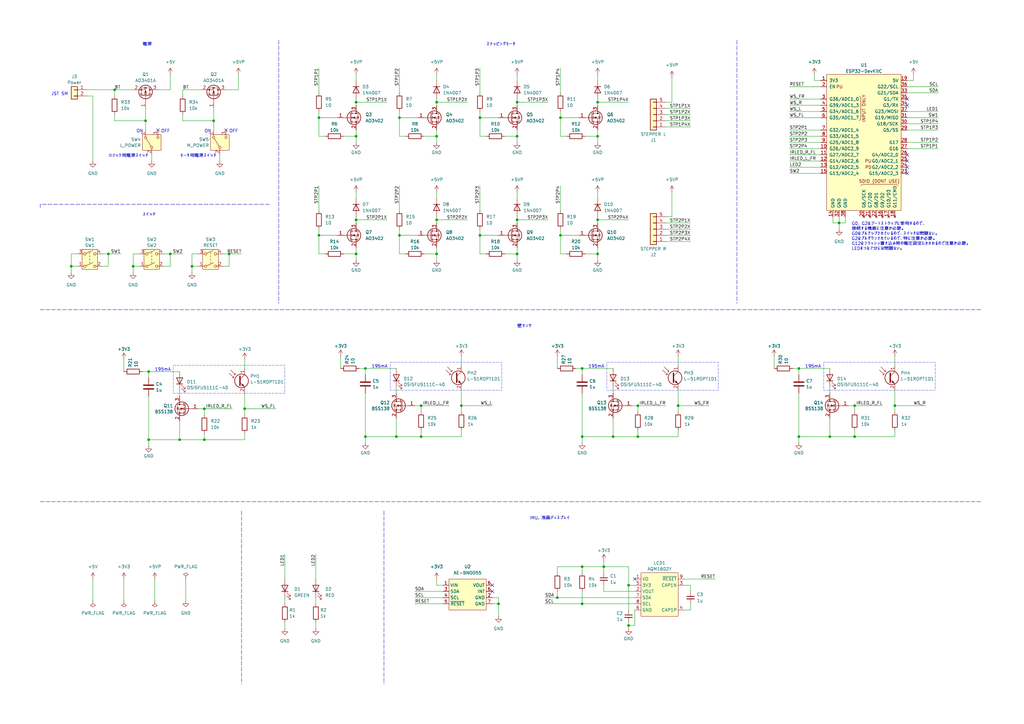
<source format=kicad_sch>
(kicad_sch (version 20230121) (generator eeschema)
  (paper "A3")
  (title_block (title "2025 Stepper Micro Mouse") (date "2025-07-15") (rev "1") (company "Daisuke YAMASHITA"))
  (junction (at 59.69 49.53))
  (junction (at 212.09 90.17))
  (junction (at 245.11 41.91))
  (junction (at 87.63 49.53))
  (junction (at 212.09 41.91))
  (junction (at 247.65 232.41))
  (junction (at 149.86 151.13))
  (junction (at 172.72 166.37))
  (junction (at 257.81 240.03))
  (junction (at 245.11 90.17))
  (junction (at 78.74 109.22))
  (junction (at 229.87 96.52))
  (junction (at 44.45 104.14))
  (junction (at 344.17 91.44))
  (junction (at 327.66 179.07))
  (junction (at 179.07 41.91))
  (junction (at 196.85 96.52))
  (junction (at 172.72 179.07))
  (junction (at 149.86 179.07))
  (junction (at 83.82 167.64))
  (junction (at 46.99 36.83))
  (junction (at 278.13 166.37))
  (junction (at 212.09 104.14))
  (junction (at 245.11 104.14))
  (junction (at 212.09 55.88))
  (junction (at 73.66 180.34))
  (junction (at 29.21 109.22))
  (junction (at 238.76 151.13))
  (junction (at 179.07 90.17))
  (junction (at 228.6 245.11))
  (junction (at 245.11 55.88))
  (junction (at 130.81 96.52))
  (junction (at 93.98 104.14))
  (junction (at 238.76 179.07))
  (junction (at 261.62 179.07))
  (junction (at 60.96 180.34))
  (junction (at 130.81 48.26))
  (junction (at 163.83 96.52))
  (junction (at 238.76 247.65))
  (junction (at 340.36 179.07))
  (junction (at 350.52 166.37))
  (junction (at 196.85 48.26))
  (junction (at 327.66 151.13))
  (junction (at 350.52 179.07))
  (junction (at 189.23 166.37))
  (junction (at 261.62 166.37))
  (junction (at 146.05 41.91))
  (junction (at 100.33 167.64))
  (junction (at 54.61 109.22))
  (junction (at 146.05 104.14))
  (junction (at 163.83 48.26))
  (junction (at 146.05 90.17))
  (junction (at 204.47 247.65))
  (junction (at 179.07 55.88))
  (junction (at 83.82 180.34))
  (junction (at 179.07 104.14))
  (junction (at 238.76 232.41))
  (junction (at 162.56 179.07))
  (junction (at 69.85 104.14))
  (junction (at 251.46 179.07))
  (junction (at 367.03 166.37))
  (junction (at 60.96 152.4))
  (junction (at 257.81 256.54))
  (junction (at 146.05 55.88))
  (junction (at 229.87 48.26))
  (no_connect (at 64.77 53.34))
  (no_connect (at 372.11 40.64))
  (no_connect (at 92.71 53.34))
  (no_connect (at 372.11 71.12))
  (no_connect (at 372.11 63.5))
  (no_connect (at 372.11 68.58))
  (no_connect (at 260.35 237.49))
  (no_connect (at 201.93 242.57))
  (no_connect (at 372.11 43.18))
  (no_connect (at 372.11 66.04))
  (no_connect (at 201.93 240.03))
  (wire (pts (xy 334.01 33.02) (xy 334.01 30.48)))
  (wire (pts (xy 212.09 78.74) (xy 212.09 81.28)))
  (wire (pts (xy 74.93 49.53) (xy 87.63 49.53)))
  (wire (pts (xy 236.22 151.13) (xy 238.76 151.13)))
  (wire (pts (xy 372.11 53.34) (xy 384.81 53.34)))
  (wire (pts (xy 374.65 33.02) (xy 374.65 30.48)))
  (wire (pts (xy 238.76 232.41) (xy 247.65 232.41)))
  (wire (pts (xy 229.87 104.14) (xy 232.41 104.14)))
  (wire (pts (xy 204.47 247.65) (xy 204.47 252.73)))
  (wire (pts (xy 275.59 78.74) (xy 275.59 88.9)))
  (wire (pts (xy 247.65 240.03) (xy 247.65 242.57)))
  (wire (pts (xy 67.31 109.22) (xy 69.85 109.22)))
  (wire (pts (xy 130.81 76.2) (xy 130.81 86.36)))
  (wire (pts (xy 212.09 104.14) (xy 212.09 106.68)))
  (wire (pts (xy 323.85 66.04) (xy 336.55 66.04)))
  (wire (pts (xy 149.86 179.07) (xy 162.56 179.07)))
  (wire (pts (xy 146.05 41.91) (xy 146.05 43.18)))
  (wire (pts (xy 54.61 109.22) (xy 57.15 109.22)))
  (wire (pts (xy 372.11 45.72) (xy 384.81 45.72)))
  (wire (pts (xy 100.33 180.34) (xy 83.82 180.34)))
  (wire (pts (xy 170.18 247.65) (xy 181.61 247.65)))
  (wire (pts (xy 87.63 44.45) (xy 87.63 49.53)))
  (wire (pts (xy 189.23 160.02) (xy 189.23 166.37)))
  (wire (pts (xy 247.65 232.41) (xy 247.65 234.95)))
  (wire (pts (xy 189.23 166.37) (xy 201.93 166.37)))
  (wire (pts (xy 59.69 44.45) (xy 59.69 49.53)))
  (wire (pts (xy 64.77 36.83) (xy 69.85 36.83)))
  (wire (pts (xy 130.81 104.14) (xy 133.35 104.14)))
  (wire (pts (xy 58.42 152.4) (xy 60.96 152.4)))
  (wire (pts (xy 196.85 104.14) (xy 199.39 104.14)))
  (wire (pts (xy 41.91 104.14) (xy 44.45 104.14)))
  (wire (pts (xy 228.6 146.05) (xy 228.6 151.13)))
  (wire (pts (xy 162.56 158.75) (xy 162.56 161.29)))
  (wire (pts (xy 196.85 48.26) (xy 204.47 48.26)))
  (wire (pts (xy 245.11 101.6) (xy 245.11 104.14)))
  (wire (pts (xy 60.96 162.56) (xy 60.96 180.34)))
  (wire (pts (xy 140.97 55.88) (xy 146.05 55.88)))
  (wire (pts (xy 238.76 179.07) (xy 238.76 181.61)))
  (wire (pts (xy 129.54 245.11) (xy 129.54 247.65)))
  (wire (pts (xy 149.86 151.13) (xy 162.56 151.13)))
  (wire (pts (xy 146.05 90.17) (xy 158.75 90.17)))
  (wire (pts (xy 212.09 30.48) (xy 212.09 33.02)))
  (wire (pts (xy 223.52 245.11) (xy 228.6 245.11)))
  (wire (pts (xy 228.6 245.11) (xy 260.35 245.11)))
  (wire (pts (xy 38.1 39.37) (xy 35.56 39.37)))
  (wire (pts (xy 228.6 234.95) (xy 228.6 232.41)))
  (wire (pts (xy 130.81 48.26) (xy 138.43 48.26)))
  (wire (pts (xy 130.81 96.52) (xy 138.43 96.52)))
  (wire (pts (xy 212.09 101.6) (xy 212.09 104.14)))
  (wire (pts (xy 283.21 240.03) (xy 283.21 242.57)))
  (wire (pts (xy 74.93 36.83) (xy 74.93 39.37)))
  (wire (pts (xy 261.62 179.07) (xy 251.46 179.07)))
  (wire (pts (xy 273.05 88.9) (xy 275.59 88.9)))
  (wire (pts (xy 323.85 48.26) (xy 336.55 48.26)))
  (wire (pts (xy 251.46 171.45) (xy 251.46 179.07)))
  (wire (pts (xy 278.13 160.02) (xy 278.13 166.37)))
  (wire (pts (xy 240.03 55.88) (xy 245.11 55.88)))
  (wire (pts (xy 146.05 53.34) (xy 146.05 55.88)))
  (wire (pts (xy 323.85 60.96) (xy 336.55 60.96)))
  (wire (pts (xy 44.45 109.22) (xy 44.45 104.14)))
  (wire (pts (xy 280.67 237.49) (xy 293.37 237.49)))
  (wire (pts (xy 163.83 48.26) (xy 163.83 55.88)))
  (wire (pts (xy 340.36 158.75) (xy 340.36 161.29)))
  (wire (pts (xy 130.81 93.98) (xy 130.81 96.52)))
  (wire (pts (xy 245.11 88.9) (xy 245.11 90.17)))
  (wire (pts (xy 196.85 48.26) (xy 196.85 55.88)))
  (wire (pts (xy 229.87 96.52) (xy 229.87 104.14)))
  (wire (pts (xy 238.76 247.65) (xy 260.35 247.65)))
  (wire (pts (xy 201.93 247.65) (xy 204.47 247.65)))
  (wire (pts (xy 323.85 35.56) (xy 336.55 35.56)))
  (wire (pts (xy 196.85 27.94) (xy 196.85 38.1)))
  (wire (pts (xy 179.07 237.49) (xy 179.07 240.03)))
  (wire (pts (xy 73.66 172.72) (xy 73.66 180.34)))
  (wire (pts (xy 259.08 166.37) (xy 261.62 166.37)))
  (wire (pts (xy 212.09 53.34) (xy 212.09 55.88)))
  (wire (pts (xy 245.11 104.14) (xy 245.11 106.68)))
  (polyline (pts (xy 16.51 205.74) (xy 402.59 205.74)) (stroke (width 0) (type dash)))
  (wire (pts (xy 146.05 101.6) (xy 146.05 104.14)))
  (wire (pts (xy 273.05 96.52) (xy 283.21 96.52)))
  (wire (pts (xy 129.54 227.33) (xy 129.54 237.49)))
  (wire (pts (xy 257.81 240.03) (xy 257.81 232.41)))
  (wire (pts (xy 170.18 242.57) (xy 181.61 242.57)))
  (wire (pts (xy 60.96 180.34) (xy 60.96 182.88)))
  (wire (pts (xy 350.52 166.37) (xy 350.52 168.91)))
  (wire (pts (xy 260.35 256.54) (xy 257.81 256.54)))
  (wire (pts (xy 38.1 39.37) (xy 38.1 66.04)))
  (wire (pts (xy 146.05 90.17) (xy 146.05 91.44)))
  (polyline (pts (xy 16.51 83.82) (xy 16.51 85.09)))
  (wire (pts (xy 257.81 240.03) (xy 260.35 240.03)))
  (wire (pts (xy 323.85 53.34) (xy 336.55 53.34)))
  (wire (pts (xy 245.11 41.91) (xy 257.81 41.91)))
  (wire (pts (xy 367.03 166.37) (xy 379.73 166.37)))
  (wire (pts (xy 350.52 166.37) (xy 361.95 166.37)))
  (wire (pts (xy 163.83 27.94) (xy 163.83 38.1)))
  (wire (pts (xy 172.72 179.07) (xy 162.56 179.07)))
  (wire (pts (xy 323.85 43.18) (xy 336.55 43.18)))
  (wire (pts (xy 257.81 240.03) (xy 257.81 250.19)))
  (wire (pts (xy 212.09 55.88) (xy 212.09 58.42)))
  (wire (pts (xy 29.21 104.14) (xy 29.21 109.22)))
  (wire (pts (xy 278.13 179.07) (xy 261.62 179.07)))
  (wire (pts (xy 179.07 101.6) (xy 179.07 104.14)))
  (wire (pts (xy 201.93 245.11) (xy 204.47 245.11)))
  (wire (pts (xy 170.18 166.37) (xy 172.72 166.37)))
  (wire (pts (xy 179.07 40.64) (xy 179.07 41.91)))
  (wire (pts (xy 67.31 104.14) (xy 69.85 104.14)))
  (wire (pts (xy 179.07 90.17) (xy 191.77 90.17)))
  (wire (pts (xy 147.32 151.13) (xy 149.86 151.13)))
  (wire (pts (xy 245.11 40.64) (xy 245.11 41.91)))
  (wire (pts (xy 341.63 88.9) (xy 341.63 91.44)))
  (wire (pts (xy 372.11 50.8) (xy 384.81 50.8)))
  (wire (pts (xy 91.44 109.22) (xy 93.98 109.22)))
  (wire (pts (xy 179.07 41.91) (xy 179.07 43.18)))
  (wire (pts (xy 229.87 45.72) (xy 229.87 48.26)))
  (wire (pts (xy 212.09 40.64) (xy 212.09 41.91)))
  (wire (pts (xy 212.09 90.17) (xy 224.79 90.17)))
  (wire (pts (xy 245.11 30.48) (xy 245.11 33.02)))
  (wire (pts (xy 163.83 96.52) (xy 163.83 104.14)))
  (wire (pts (xy 229.87 55.88) (xy 232.41 55.88)))
  (wire (pts (xy 146.05 104.14) (xy 146.05 106.68)))
  (wire (pts (xy 323.85 58.42) (xy 336.55 58.42)))
  (wire (pts (xy 245.11 90.17) (xy 245.11 91.44)))
  (wire (pts (xy 173.99 55.88) (xy 179.07 55.88)))
  (wire (pts (xy 60.96 152.4) (xy 60.96 154.94)))
  (wire (pts (xy 46.99 49.53) (xy 46.99 46.99)))
  (wire (pts (xy 327.66 151.13) (xy 327.66 153.67)))
  (wire (pts (xy 229.87 76.2) (xy 229.87 86.36)))
  (wire (pts (xy 273.05 93.98) (xy 283.21 93.98)))
  (wire (pts (xy 146.05 41.91) (xy 158.75 41.91)))
  (wire (pts (xy 196.85 96.52) (xy 204.47 96.52)))
  (wire (pts (xy 100.33 147.32) (xy 100.33 151.13)))
  (wire (pts (xy 90.17 63.5) (xy 90.17 66.04)))
  (wire (pts (xy 163.83 104.14) (xy 166.37 104.14)))
  (wire (pts (xy 247.65 232.41) (xy 257.81 232.41)))
  (wire (pts (xy 317.5 146.05) (xy 317.5 151.13)))
  (wire (pts (xy 372.11 48.26) (xy 384.81 48.26)))
  (wire (pts (xy 196.85 96.52) (xy 196.85 104.14)))
  (wire (pts (xy 163.83 48.26) (xy 171.45 48.26)))
  (wire (pts (xy 247.65 242.57) (xy 260.35 242.57)))
  (wire (pts (xy 240.03 104.14) (xy 245.11 104.14)))
  (wire (pts (xy 207.01 104.14) (xy 212.09 104.14)))
  (wire (pts (xy 367.03 166.37) (xy 367.03 168.91)))
  (polyline (pts (xy 157.48 209.55) (xy 157.48 280.67)) (stroke (width 0) (type dash)))
  (wire (pts (xy 273.05 44.45) (xy 283.21 44.45)))
  (wire (pts (xy 50.8 147.32) (xy 50.8 152.4)))
  (wire (pts (xy 46.99 49.53) (xy 59.69 49.53)))
  (wire (pts (xy 69.85 30.48) (xy 69.85 36.83)))
  (polyline (pts (xy 114.3 16.51) (xy 114.3 124.46)) (stroke (width 0) (type dash)))
  (wire (pts (xy 280.67 240.03) (xy 283.21 240.03)))
  (wire (pts (xy 189.23 176.53) (xy 189.23 179.07)))
  (wire (pts (xy 238.76 151.13) (xy 238.76 153.67)))
  (wire (pts (xy 179.07 55.88) (xy 179.07 58.42)))
  (wire (pts (xy 83.82 180.34) (xy 73.66 180.34)))
  (wire (pts (xy 149.86 151.13) (xy 149.86 153.67)))
  (wire (pts (xy 76.2 237.49) (xy 76.2 246.38)))
  (wire (pts (xy 238.76 234.95) (xy 238.76 232.41)))
  (wire (pts (xy 251.46 158.75) (xy 251.46 161.29)))
  (wire (pts (xy 257.81 256.54) (xy 257.81 257.81)))
  (wire (pts (xy 179.07 78.74) (xy 179.07 81.28)))
  (wire (pts (xy 63.5 237.49) (xy 63.5 246.38)))
  (wire (pts (xy 323.85 68.58) (xy 336.55 68.58)))
  (wire (pts (xy 93.98 109.22) (xy 93.98 104.14)))
  (wire (pts (xy 146.05 30.48) (xy 146.05 33.02)))
  (wire (pts (xy 273.05 99.06) (xy 283.21 99.06)))
  (wire (pts (xy 323.85 55.88) (xy 336.55 55.88)))
  (wire (pts (xy 38.1 237.49) (xy 38.1 246.38)))
  (wire (pts (xy 372.11 58.42) (xy 384.81 58.42)))
  (wire (pts (xy 60.96 152.4) (xy 73.66 152.4)))
  (wire (pts (xy 146.05 78.74) (xy 146.05 81.28)))
  (wire (pts (xy 275.59 31.75) (xy 275.59 41.91)))
  (wire (pts (xy 149.86 179.07) (xy 149.86 181.61)))
  (wire (pts (xy 83.82 167.64) (xy 83.82 170.18)))
  (wire (pts (xy 116.84 255.27) (xy 116.84 257.81)))
  (wire (pts (xy 62.23 63.5) (xy 62.23 66.04)))
  (wire (pts (xy 245.11 90.17) (xy 257.81 90.17)))
  (wire (pts (xy 238.76 151.13) (xy 251.46 151.13)))
  (wire (pts (xy 130.81 45.72) (xy 130.81 48.26)))
  (wire (pts (xy 336.55 33.02) (xy 334.01 33.02)))
  (wire (pts (xy 44.45 104.14) (xy 49.53 104.14)))
  (wire (pts (xy 196.85 45.72) (xy 196.85 48.26)))
  (wire (pts (xy 372.11 38.1) (xy 384.81 38.1)))
  (polyline (pts (xy 99.06 209.55) (xy 99.06 280.67)) (stroke (width 0) (type dash)))
  (wire (pts (xy 212.09 88.9) (xy 212.09 90.17)))
  (wire (pts (xy 46.99 36.83) (xy 54.61 36.83)))
  (wire (pts (xy 229.87 96.52) (xy 237.49 96.52)))
  (wire (pts (xy 346.71 91.44) (xy 344.17 91.44)))
  (wire (pts (xy 245.11 41.91) (xy 245.11 43.18)))
  (wire (pts (xy 78.74 111.76) (xy 78.74 109.22)))
  (wire (pts (xy 273.05 41.91) (xy 275.59 41.91)))
  (polyline (pts (xy 110.49 83.82) (xy 16.51 83.82)) (stroke (width 0) (type dash)))
  (wire (pts (xy 163.83 45.72) (xy 163.83 48.26)))
  (wire (pts (xy 257.81 255.27) (xy 257.81 256.54)))
  (wire (pts (xy 146.05 40.64) (xy 146.05 41.91)))
  (wire (pts (xy 54.61 104.14) (xy 54.61 109.22)))
  (wire (pts (xy 83.82 177.8) (xy 83.82 180.34)))
  (wire (pts (xy 163.83 96.52) (xy 171.45 96.52)))
  (wire (pts (xy 78.74 109.22) (xy 81.28 109.22)))
  (wire (pts (xy 344.17 91.44) (xy 344.17 93.98)))
  (wire (pts (xy 229.87 27.94) (xy 229.87 38.1)))
  (wire (pts (xy 323.85 71.12) (xy 336.55 71.12)))
  (wire (pts (xy 280.67 250.19) (xy 283.21 250.19)))
  (wire (pts (xy 223.52 247.65) (xy 238.76 247.65)))
  (wire (pts (xy 146.05 55.88) (xy 146.05 58.42)))
  (wire (pts (xy 100.33 161.29) (xy 100.33 167.64)))
  (wire (pts (xy 196.85 76.2) (xy 196.85 86.36)))
  (wire (pts (xy 41.91 109.22) (xy 44.45 109.22)))
  (wire (pts (xy 179.07 41.91) (xy 191.77 41.91)))
  (wire (pts (xy 46.99 36.83) (xy 46.99 39.37)))
  (wire (pts (xy 130.81 96.52) (xy 130.81 104.14)))
  (wire (pts (xy 31.75 104.14) (xy 29.21 104.14)))
  (wire (pts (xy 346.71 88.9) (xy 346.71 91.44)))
  (wire (pts (xy 372.11 60.96) (xy 384.81 60.96)))
  (wire (pts (xy 81.28 167.64) (xy 83.82 167.64)))
  (wire (pts (xy 172.72 166.37) (xy 184.15 166.37)))
  (wire (pts (xy 347.98 166.37) (xy 350.52 166.37)))
  (wire (pts (xy 228.6 232.41) (xy 238.76 232.41)))
  (wire (pts (xy 81.28 104.14) (xy 78.74 104.14)))
  (wire (pts (xy 172.72 176.53) (xy 172.72 179.07)))
  (wire (pts (xy 238.76 161.29) (xy 238.76 179.07)))
  (wire (pts (xy 29.21 111.76) (xy 29.21 109.22)))
  (wire (pts (xy 149.86 161.29) (xy 149.86 179.07)))
  (wire (pts (xy 83.82 167.64) (xy 95.25 167.64)))
  (wire (pts (xy 350.52 179.07) (xy 340.36 179.07)))
  (wire (pts (xy 245.11 53.34) (xy 245.11 55.88)))
  (wire (pts (xy 87.63 49.53) (xy 87.63 53.34)))
  (wire (pts (xy 146.05 88.9) (xy 146.05 90.17)))
  (wire (pts (xy 189.23 179.07) (xy 172.72 179.07)))
  (wire (pts (xy 341.63 91.44) (xy 344.17 91.44)))
  (wire (pts (xy 50.8 237.49) (xy 50.8 246.38)))
  (wire (pts (xy 278.13 166.37) (xy 278.13 168.91)))
  (wire (pts (xy 327.66 179.07) (xy 340.36 179.07)))
  (wire (pts (xy 261.62 176.53) (xy 261.62 179.07)))
  (wire (pts (xy 100.33 167.64) (xy 100.33 170.18)))
  (wire (pts (xy 367.03 179.07) (xy 350.52 179.07)))
  (wire (pts (xy 130.81 48.26) (xy 130.81 55.88)))
  (wire (pts (xy 179.07 53.34) (xy 179.07 55.88)))
  (wire (pts (xy 162.56 171.45) (xy 162.56 179.07)))
  (wire (pts (xy 273.05 91.44) (xy 283.21 91.44)))
  (wire (pts (xy 78.74 104.14) (xy 78.74 109.22)))
  (wire (pts (xy 340.36 171.45) (xy 340.36 179.07)))
  (wire (pts (xy 238.76 242.57) (xy 238.76 247.65)))
  (wire (pts (xy 229.87 48.26) (xy 229.87 55.88)))
  (wire (pts (xy 327.66 151.13) (xy 340.36 151.13)))
  (wire (pts (xy 278.13 176.53) (xy 278.13 179.07)))
  (wire (pts (xy 204.47 245.11) (xy 204.47 247.65)))
  (wire (pts (xy 130.81 55.88) (xy 133.35 55.88)))
  (wire (pts (xy 179.07 30.48) (xy 179.07 33.02)))
  (wire (pts (xy 189.23 166.37) (xy 189.23 168.91)))
  (wire (pts (xy 367.03 146.05) (xy 367.03 149.86)))
  (wire (pts (xy 327.66 161.29) (xy 327.66 179.07)))
  (wire (pts (xy 228.6 242.57) (xy 228.6 245.11)))
  (wire (pts (xy 212.09 90.17) (xy 212.09 91.44)))
  (wire (pts (xy 57.15 104.14) (xy 54.61 104.14)))
  (wire (pts (xy 273.05 49.53) (xy 283.21 49.53)))
  (wire (pts (xy 170.18 245.11) (xy 181.61 245.11)))
  (wire (pts (xy 229.87 48.26) (xy 237.49 48.26)))
  (wire (pts (xy 189.23 146.05) (xy 189.23 149.86)))
  (wire (pts (xy 116.84 227.33) (xy 116.84 237.49)))
  (wire (pts (xy 54.61 111.76) (xy 54.61 109.22)))
  (wire (pts (xy 179.07 104.14) (xy 179.07 106.68)))
  (wire (pts (xy 350.52 176.53) (xy 350.52 179.07)))
  (wire (pts (xy 116.84 245.11) (xy 116.84 247.65)))
  (wire (pts (xy 327.66 179.07) (xy 327.66 181.61)))
  (wire (pts (xy 278.13 166.37) (xy 290.83 166.37)))
  (wire (pts (xy 245.11 78.74) (xy 245.11 81.28)))
  (polyline (pts (xy 16.51 127) (xy 402.59 127)) (stroke (width 0) (type dash)))
  (wire (pts (xy 372.11 35.56) (xy 384.81 35.56)))
  (wire (pts (xy 323.85 40.64) (xy 336.55 40.64)))
  (wire (pts (xy 97.79 30.48) (xy 97.79 36.83)))
  (wire (pts (xy 59.69 49.53) (xy 59.69 53.34)))
  (wire (pts (xy 69.85 109.22) (xy 69.85 104.14)))
  (wire (pts (xy 130.81 27.94) (xy 130.81 38.1)))
  (wire (pts (xy 92.71 36.83) (xy 97.79 36.83)))
  (wire (pts (xy 93.98 104.14) (xy 99.06 104.14)))
  (wire (pts (xy 29.21 109.22) (xy 31.75 109.22)))
  (wire (pts (xy 247.65 229.87) (xy 247.65 232.41)))
  (wire (pts (xy 163.83 93.98) (xy 163.83 96.52)))
  (wire (pts (xy 283.21 250.19) (xy 283.21 247.65)))
  (wire (pts (xy 140.97 104.14) (xy 146.05 104.14)))
  (wire (pts (xy 278.13 146.05) (xy 278.13 149.86)))
  (wire (pts (xy 323.85 63.5) (xy 336.55 63.5)))
  (wire (pts (xy 181.61 240.03) (xy 179.07 240.03)))
  (wire (pts (xy 325.12 151.13) (xy 327.66 151.13)))
  (wire (pts (xy 229.87 93.98) (xy 229.87 96.52)))
  (wire (pts (xy 163.83 55.88) (xy 166.37 55.88)))
  (wire (pts (xy 196.85 93.98) (xy 196.85 96.52)))
  (wire (pts (xy 179.07 90.17) (xy 179.07 91.44)))
  (wire (pts (xy 69.85 104.14) (xy 74.93 104.14)))
  (wire (pts (xy 245.11 55.88) (xy 245.11 58.42)))
  (wire (pts (xy 273.05 46.99) (xy 283.21 46.99)))
  (wire (pts (xy 238.76 179.07) (xy 251.46 179.07)))
  (wire (pts (xy 73.66 160.02) (xy 73.66 162.56)))
  (wire (pts (xy 163.83 76.2) (xy 163.83 86.36)))
  (wire (pts (xy 173.99 104.14) (xy 179.07 104.14)))
  (wire (pts (xy 35.56 36.83) (xy 46.99 36.83)))
  (wire (pts (xy 100.33 167.64) (xy 113.03 167.64)))
  (wire (pts (xy 60.96 180.34) (xy 73.66 180.34)))
  (wire (pts (xy 260.35 250.19) (xy 260.35 256.54)))
  (wire (pts (xy 139.7 146.05) (xy 139.7 151.13)))
  (wire (pts (xy 212.09 41.91) (xy 224.79 41.91)))
  (wire (pts (xy 172.72 166.37) (xy 172.72 168.91)))
  (wire (pts (xy 323.85 45.72) (xy 336.55 45.72)))
  (wire (pts (xy 74.93 46.99) (xy 74.93 49.53)))
  (wire (pts (xy 129.54 255.27) (xy 129.54 257.81)))
  (wire (pts (xy 344.17 88.9) (xy 344.17 91.44)))
  (wire (pts (xy 261.62 166.37) (xy 273.05 166.37)))
  (wire (pts (xy 196.85 55.88) (xy 199.39 55.88)))
  (wire (pts (xy 367.03 160.02) (xy 367.03 166.37)))
  (wire (pts (xy 367.03 176.53) (xy 367.03 179.07)))
  (wire (pts (xy 207.01 55.88) (xy 212.09 55.88)))
  (wire (pts (xy 212.09 41.91) (xy 212.09 43.18)))
  (wire (pts (xy 261.62 166.37) (xy 261.62 168.91)))
  (wire (pts (xy 91.44 104.14) (xy 93.98 104.14)))
  (wire (pts (xy 273.05 52.07) (xy 283.21 52.07)))
  (wire (pts (xy 74.93 36.83) (xy 82.55 36.83)))
  (wire (pts (xy 179.07 88.9) (xy 179.07 90.17)))
  (polyline (pts (xy 302.26 16.51) (xy 302.26 124.46)) (stroke (width 0) (type dash)))
  (wire (pts (xy 372.11 33.02) (xy 374.65 33.02)))
  (wire (pts (xy 100.33 177.8) (xy 100.33 180.34)))
  (rectangle (start 71.12 149.86) (end 116.84 161.29) (stroke (width 0.1) (type dash)))
  (rectangle (start 337.82 148.59) (end 383.54 160.02) (stroke (width 0.1) (type dash)))
  (rectangle (start 248.92 148.59) (end 294.64 160.02) (stroke (width 0.1) (type dash)))
  (rectangle (start 160.02 148.59) (end 205.74 160.02) (stroke (width 0.1) (type dash)))
  (text "モータ用電源スイッチ" (at 88.9 64.77 0) (effects (font (size 1.27 1.27)) (justify right bottom)))
  (text "195mA" (at 330.2 151.13 0) (effects (font (size 1.27 1.27)) (justify left bottom)))
  (text "スイッチ" (at 58.42 88.9 0) (effects (font (size 1.27 1.27)) (justify left bottom)))
  (text "ON" (at 55.88 54.61 0) (effects (font (size 1.27 1.27)) (justify left bottom)))
  (text "OFF" (at 93.98 54.61 0) (effects (font (size 1.27 1.27)) (justify left bottom)))
  (text "JST SM" (at 27.94 39.37 0) (effects (font (size 1.27 1.27)) (justify right bottom)))
  (text "OFF" (at 66.04 54.61 0) (effects (font (size 1.27 1.27)) (justify left bottom)))
  (text "195mA" (at 241.3 151.13 0) (effects (font (size 1.27 1.27)) (justify left bottom)))
  (text "G0, G2はブートストラップに使用するので、\n接続する機器に注意が必要。\nG0はプルアップされているので、スイッチは問題ない。\nG2はプルダウンされているので、特に注意が必要。\nG12はフラッシュ書き込み時の電圧設定にかかわるので注意が必要。\nLEDをつなぐ分には問題ない。" (at 349.25 102.87 0) (effects (font (size 1.27 1.27)) (justify left bottom)))
  (text "IMU，液晶ディスプレイ" (at 217.17 213.36 0) (effects (font (size 1.27 1.27)) (justify left bottom)))
  (text "195mA" (at 152.4 151.13 0) (effects (font (size 1.27 1.27)) (justify left bottom)))
  (text "195mA" (at 63.5 152.4 0) (effects (font (size 1.27 1.27)) (justify left bottom)))
  (text "ロジック用電源スイッチ" (at 60.96 64.77 0) (effects (font (size 1.27 1.27)) (justify right bottom)))
  (text "ON" (at 83.82 54.61 0) (effects (font (size 1.27 1.27)) (justify left bottom)))
  (text "ステッピングモータ" (at 199.39 19.05 0) (effects (font (size 1.27 1.27)) (justify left bottom)))
  (text "電源" (at 58.42 19.05 0) (effects (font (size 1.27 1.27)) (justify left bottom)))
  (text "壁センサ" (at 212.09 134.62 0) (effects (font (size 1.27 1.27)) (justify left bottom)))
  (label "STP1P1X" (at 158.75 41.91 180))
  (label "IRLED_L_FR" (at 273.05 166.37 180))
  (label "WS_FL" (at 113.03 167.64 180))
  (label "SDA" (at 170.18 242.57 0))
  (label "STP2P3" (at 323.85 58.42 0))
  (label "WS_L" (at 323.85 45.72 0))
  (label "SW2" (at 74.93 104.14 180))
  (label "STP1P3X" (at 283.21 49.53 180))
  (label "STP1P2" (at 163.83 27.94 270))
  (label "STP1P1" (at 384.81 60.96 180))
  (label "WS_R" (at 323.85 43.18 0))
  (label "LED1" (at 116.84 227.33 270))
  (label "STP1P3" (at 196.85 27.94 270))
  (label "IRLED_L_FR" (at 184.15 166.37 180))
  (label "STP2P4X" (at 283.21 99.06 180))
  (label "SCL" (at 223.52 247.65 0))
  (label "LED1" (at 384.81 45.72 180))
  (label "STP1P1X" (at 283.21 44.45 180))
  (label "SDA" (at 223.52 245.11 0))
  (label "IRLED_R_FL" (at 361.95 166.37 180))
  (label "WS_FL" (at 323.85 48.26 0))
  (label "STP2P3" (at 196.85 76.2 270))
  (label "BT" (at 46.99 36.83 0))
  (label "SW1" (at 384.81 48.26 180))
  (label "STP1P4" (at 384.81 50.8 180))
  (label "STP1P2" (at 384.81 58.42 180))
  (label "STP1P2X" (at 191.77 41.91 180))
  (label "STP2P1" (at 323.85 53.34 0))
  (label "STP1P3" (at 384.81 53.34 180))
  (label "SW1" (at 49.53 104.14 180))
  (label "STP1P3X" (at 224.79 41.91 180))
  (label "RESET" (at 99.06 104.14 180))
  (label "STP2P2X" (at 191.77 90.17 180))
  (label "RESET" (at 170.18 247.65 0))
  (label "WS_R" (at 379.73 166.37 180))
  (label "SCL" (at 170.18 245.11 0))
  (label "STP1P4X" (at 283.21 52.07 180))
  (label "WS_FR" (at 290.83 166.37 180))
  (label "IRLED_R_FL" (at 323.85 63.5 0))
  (label "STP1P2X" (at 283.21 46.99 180))
  (label "WS_FR" (at 323.85 40.64 0))
  (label "BT" (at 74.93 36.83 0))
  (label "STP2P1X" (at 158.75 90.17 180))
  (label "RESET" (at 323.85 35.56 0))
  (label "STP2P4" (at 323.85 60.96 0))
  (label "STP2P1" (at 130.81 76.2 270))
  (label "STP2P4" (at 229.87 76.2 270))
  (label "SW2" (at 323.85 71.12 0))
  (label "STP2P2" (at 163.83 76.2 270))
  (label "SDA" (at 384.81 38.1 180))
  (label "STP2P4X" (at 257.81 90.17 180))
  (label "IRLED_R_FL" (at 95.25 167.64 180))
  (label "RESET" (at 293.37 237.49 180))
  (label "STP2P2X" (at 283.21 93.98 180))
  (label "STP2P3X" (at 224.79 90.17 180))
  (label "SCL" (at 384.81 35.56 180))
  (label "STP2P2" (at 323.85 55.88 0))
  (label "WS_L" (at 201.93 166.37 180))
  (label "LED2" (at 323.85 68.58 0))
  (label "STP2P1X" (at 283.21 91.44 180))
  (label "LED2" (at 129.54 227.33 270))
  (label "STP2P3X" (at 283.21 96.52 180))
  (label "STP1P4X" (at 257.81 41.91 180))
  (label "STP1P1" (at 130.81 27.94 270))
  (label "IRLED_L_FR" (at 323.85 66.04 0))
  (label "STP1P4" (at 229.87 27.94 270))
  (symbol (lib_id "Device:R") (at 172.72 172.72 0) (unit 1)
    (property "Reference" "R25" (at 175.26 171.45 0) (effects (justify left)))
    (property "Value" "10k" (at 175.26 173.99 0) (effects (justify left)))
    (property "Footprint" "Resistor_SMD:R_0603_1608Metric" (effects hide))
  )
  (symbol (lib_id "Device:LED") (at 73.66 156.21 90) (unit 1)
    (property "Reference" "D11" (at 76.581 156.5854 90) (effects (justify right)))
    (property "Value" "OSI5FU5111C-40" (at 76.581 159.0096 90) (effects (justify right)))
    (property "Footprint" "LED_THT:LED_D5.0mm_Horizontal_O3.81mm_Z9.0mm" (effects hide))
  )
  (symbol (lib_id "power:GND") (at 245.11 58.42 0) (mirror y) (unit 1)
    (property "Reference" "#PWR032" (effects hide))
    (property "Value" "GND" (at 245.11 62.5531 0))
  )
  (symbol (lib_id "power:+5VP") (at 212.09 78.74 0) (unit 1)
    (property "Reference" "#PWR035" (effects hide))
    (property "Value" "+5VP" (at 212.09 73.66 0))
  )
  (symbol (lib_id "Device:R") (at 46.99 43.18 0) (unit 1)
    (property "Reference" "R33" (at 49.53 41.91 0) (effects (justify left)))
    (property "Value" "10k" (at 49.53 44.45 0) (effects (justify left)))
    (property "Footprint" "Resistor_SMD:R_0603_1608Metric" (effects hide))
  )
  (symbol (lib_id "Device:R") (at 170.18 104.14 270) (unit 1)
    (property "Reference" "R16" (at 170.18 99.06 90))
    (property "Value" "10k" (at 170.18 101.6 90))
    (property "Footprint" "Resistor_SMD:R_0603_1608Metric" (effects hide))
  )
  (symbol (lib_id "power:+5VP") (at 245.11 30.48 0) (unit 1)
    (property "Reference" "#PWR031" (effects hide))
    (property "Value" "+5VP" (at 245.11 25.4 0))
  )
  (symbol (lib_id "power:GND") (at 38.1 66.04 0) (unit 1)
    (property "Reference" "#PWR01" (effects hide))
    (property "Value" "GND" (at 38.1 71.12 0))
  )
  (symbol (lib_id "power:GND") (at 78.74 111.76 0) (unit 1)
    (property "Reference" "#PWR011" (effects hide))
    (property "Value" "GND" (at 78.74 116.84 0))
  )
  (symbol (lib_id "power:+3V3") (at 317.5 146.05 0) (unit 1)
    (property "Reference" "#PWR049" (effects hide))
    (property "Value" "+3V3" (at 317.5 141.9169 0))
  )
  (symbol (lib_id "power:GND") (at 62.23 66.04 0) (unit 1)
    (property "Reference" "#PWR02" (effects hide))
    (property "Value" "GND" (at 62.23 71.12 0))
  )
  (symbol (lib_id "Switch:SW_DPST") (at 62.23 106.68 0) (unit 1)
    (property "Reference" "SW2" (at 62.23 98.2177 0))
    (property "Value" "SW2" (at 62.23 100.6419 0))
    (property "Footprint" "MyLib:DTS-6-V-2" (effects hide))
  )
  (symbol (lib_id "Device:R") (at 261.62 172.72 0) (unit 1)
    (property "Reference" "R28" (at 264.16 171.45 0) (effects (justify left)))
    (property "Value" "10k" (at 264.16 173.99 0) (effects (justify left)))
    (property "Footprint" "Resistor_SMD:R_0603_1608Metric" (effects hide))
  )
  (symbol (lib_id "power:GND") (at 146.05 106.68 0) (mirror y) (unit 1)
    (property "Reference" "#PWR034" (effects hide))
    (property "Value" "GND" (at 146.05 110.8131 0))
  )
  (symbol (lib_id "Device:R") (at 83.82 173.99 0) (unit 1)
    (property "Reference" "R22" (at 86.36 172.72 0) (effects (justify left)))
    (property "Value" "10k" (at 86.36 175.26 0) (effects (justify left)))
    (property "Footprint" "Resistor_SMD:R_0603_1608Metric" (effects hide))
  )
  (symbol (lib_id "Device:R") (at 74.93 43.18 0) (unit 1)
    (property "Reference" "R34" (at 77.47 41.91 0) (effects (justify left)))
    (property "Value" "10k" (at 77.47 44.45 0) (effects (justify left)))
    (property "Footprint" "Resistor_SMD:R_0603_1608Metric" (effects hide))
  )
  (symbol (lib_id "Device:R") (at 367.03 172.72 0) (unit 1)
    (property "Reference" "R32" (at 369.57 171.45 0) (effects (justify left)))
    (property "Value" "1k" (at 369.57 173.99 0) (effects (justify left)))
    (property "Footprint" "Resistor_SMD:R_0603_1608Metric" (effects hide))
  )
  (symbol (lib_id "power:GND") (at 60.96 182.88 0) (unit 1)
    (property "Reference" "#PWR044" (effects hide))
    (property "Value" "GND" (at 60.96 187.0131 0))
  )
  (symbol (lib_id "Transistor_FET:BSS138") (at 76.2 167.64 0) (mirror y) (unit 1)
    (property "Reference" "Q11" (at 70.9931 166.4279 0) (effects (justify left)))
    (property "Value" "BSS138" (at 70.9931 168.8521 0) (effects (justify left)))
    (property "Footprint" "Package_TO_SOT_SMD:SOT-23" (effects hide))
    (property "Datasheet" "https://www.onsemi.com/pub/Collateral/BSS138-D.PDF" (effects hide))
  )
  (symbol (lib_id "Device:D") (at 179.07 85.09 270) (unit 1)
    (property "Reference" "D8" (at 181.61 83.82 90) (effects (justify left)))
    (property "Value" "1N4007" (at 181.61 86.36 90) (effects (justify left)))
    (property "Footprint" "Diode_SMD:D_SOD-123F" (effects hide))
    (property "Sim.Device" "D" (effects hide))
    (property "Sim.Pins" "1=K 2=A" (effects hide))
  )
  (symbol (lib_id "Device:R") (at 54.61 152.4 90) (unit 1)
    (property "Reference" "R21" (at 53.3979 150.622 0) (effects (justify left)))
    (property "Value" "10" (at 55.8221 150.622 0) (effects (justify left)))
    (property "Footprint" "Resistor_SMD:R_0603_1608Metric" (effects hide))
  )
  (symbol (lib_id "Device:LED") (at 251.46 154.94 90) (unit 1)
    (property "Reference" "D13" (at 254.381 155.3154 90) (effects (justify right)))
    (property "Value" "OSI5FU5111C-40" (at 254.381 157.7396 90) (effects (justify right)))
    (property "Footprint" "LED_THT:LED_D5.0mm_Horizontal_O3.81mm_Z9.0mm" (effects hide))
  )
  (symbol (lib_id "Device:Q_NMOS_GSD") (at 242.57 48.26 0) (unit 1)
    (property "Reference" "Q6" (at 248.92 46.99 0) (effects (justify left)))
    (property "Value" "AO3402" (at 248.92 49.53 0) (effects (justify left)))
    (property "Footprint" "Package_TO_SOT_SMD:SOT-23" (effects hide))
  )
  (symbol (lib_id "Device:D") (at 212.09 85.09 270) (unit 1)
    (property "Reference" "D9" (at 214.63 83.82 90) (effects (justify left)))
    (property "Value" "1N4007" (at 214.63 86.36 90) (effects (justify left)))
    (property "Footprint" "Diode_SMD:D_SOD-123F" (effects hide))
    (property "Sim.Device" "D" (effects hide))
    (property "Sim.Pins" "1=K 2=A" (effects hide))
  )
  (symbol (lib_id "power:GND") (at 344.17 93.98 0) (unit 1)
    (property "Reference" "#PWR020" (effects hide))
    (property "Value" "GND" (at 344.17 99.06 0))
  )
  (symbol (lib_id "power:PWR_FLAG") (at 50.8 246.38 180) (unit 1)
    (property "Reference" "#FLG02" (effects hide))
    (property "Value" "PWR_FLAG" (at 50.8 251.46 0))
  )
  (symbol (lib_id "Device:R") (at 229.87 41.91 180) (unit 1)
    (property "Reference" "R11" (at 232.41 40.64 0) (effects (justify right)))
    (property "Value" "10" (at 232.41 43.18 0) (effects (justify right)))
    (property "Footprint" "Resistor_SMD:R_0603_1608Metric" (effects hide))
  )
  (symbol (lib_id "Device:R") (at 137.16 104.14 270) (unit 1)
    (property "Reference" "R14" (at 137.16 99.06 90))
    (property "Value" "10k" (at 137.16 101.6 90))
    (property "Footprint" "Resistor_SMD:R_0603_1608Metric" (effects hide))
  )
  (symbol (lib_id "Device:Q_NMOS_GSD") (at 209.55 48.26 0) (unit 1)
    (property "Reference" "Q5" (at 215.9 46.99 0) (effects (justify left)))
    (property "Value" "AO3402" (at 215.9 49.53 0) (effects (justify left)))
    (property "Footprint" "Package_TO_SOT_SMD:SOT-23" (effects hide))
  )
  (symbol (lib_id "Device:Q_Photo_NPN") (at 364.49 154.94 0) (unit 1)
    (property "Reference" "PH4" (at 369.3414 152.9786 0) (effects (justify left)))
    (property "Value" "L-51ROPT1D1" (at 369.3414 155.4028 0) (effects (justify left)))
    (property "Footprint" "LED_THT:LED_D5.0mm_Horizontal_O6.35mm_Z15.0mm" (effects hide))
  )
  (symbol (lib_id "Connector_Generic:Conn_01x05") (at 267.97 93.98 180) (unit 1)
    (property "Reference" "J2" (at 267.97 104.4743 0))
    (property "Value" "STEPPER R" (at 267.97 102.0501 0))
    (property "Footprint" "Connector_JST:JST_XH_B5B-XH-A_1x05_P2.50mm_Vertical" (effects hide))
  )
  (symbol (lib_id "power:GND") (at 129.54 257.81 0) (unit 1)
    (property "Reference" "#PWR019" (effects hide))
    (property "Value" "GND" (at 129.54 262.89 0))
  )
  (symbol (lib_id "Device:C_Small") (at 247.65 237.49 0) (unit 1)
    (property "Reference" "C1" (at 250.19 236.2263 0) (effects (justify left)))
    (property "Value" "1u" (at 250.19 238.7663 0) (effects (justify left)))
    (property "Footprint" "Capacitor_SMD:C_0603_1608Metric" (effects hide))
  )
  (symbol (lib_id "Device:LED") (at 162.56 154.94 90) (unit 1)
    (property "Reference" "D12" (at 165.481 155.3154 90) (effects (justify right)))
    (property "Value" "OSI5FU5111C-40" (at 165.481 157.7396 90) (effects (justify right)))
    (property "Footprint" "LED_THT:LED_D5.0mm_Horizontal_O3.81mm_Z9.0mm" (effects hide))
  )
  (symbol (lib_id "Device:R") (at 321.31 151.13 90) (unit 1)
    (property "Reference" "R30" (at 320.0979 149.352 0) (effects (justify left)))
    (property "Value" "10" (at 322.5221 149.352 0) (effects (justify left)))
    (property "Footprint" "Resistor_SMD:R_0603_1608Metric" (effects hide))
  )
  (symbol (lib_id "Device:R") (at 116.84 251.46 180) (unit 1)
    (property "Reference" "R1" (at 118.618 250.2479 0) (effects (justify right)))
    (property "Value" "1k" (at 118.618 252.6721 0) (effects (justify right)))
    (property "Footprint" "Resistor_SMD:R_0603_1608Metric" (effects hide))
  )
  (symbol (lib_id "Device:C_Small") (at 257.81 252.73 0) (mirror y) (unit 1)
    (property "Reference" "C2" (at 255.4859 251.5242 0) (effects (justify left)))
    (property "Value" "1u" (at 255.4859 253.9484 0) (effects (justify left)))
    (property "Footprint" "Capacitor_SMD:C_0603_1608Metric" (effects hide))
  )
  (symbol (lib_id "power:+5VP") (at 97.79 30.48 0) (unit 1)
    (property "Reference" "#PWR043" (effects hide))
    (property "Value" "+5VP" (at 97.79 25.4 0))
  )
  (symbol (lib_id "MyLib2:AE-BNO055") (at 191.77 242.57 0) (unit 1)
    (property "Reference" "U2" (at 191.77 232.41 0))
    (property "Value" "AE-BNO055" (at 191.77 234.95 0))
    (property "Footprint" "MyLib:AE-BNO055" (effects hide))
  )
  (symbol (lib_id "power:+5V") (at 38.1 237.49 0) (unit 1)
    (property "Reference" "#PWR015" (effects hide))
    (property "Value" "+5V" (at 38.1 232.41 0))
  )
  (symbol (lib_id "Device:R") (at 229.87 90.17 180) (unit 1)
    (property "Reference" "R19" (at 232.41 88.9 0) (effects (justify right)))
    (property "Value" "10" (at 232.41 91.44 0) (effects (justify right)))
    (property "Footprint" "Resistor_SMD:R_0603_1608Metric" (effects hide))
  )
  (symbol (lib_id "Device:R") (at 350.52 172.72 0) (unit 1)
    (property "Reference" "R31" (at 353.06 171.45 0) (effects (justify left)))
    (property "Value" "10k" (at 353.06 173.99 0) (effects (justify left)))
    (property "Footprint" "Resistor_SMD:R_0603_1608Metric" (effects hide))
  )
  (symbol (lib_id "Device:R") (at 278.13 172.72 0) (unit 1)
    (property "Reference" "R29" (at 280.67 171.45 0) (effects (justify left)))
    (property "Value" "1k" (at 280.67 173.99 0) (effects (justify left)))
    (property "Footprint" "Resistor_SMD:R_0603_1608Metric" (effects hide))
  )
  (symbol (lib_id "power:+3V3") (at 100.33 147.32 0) (unit 1)
    (property "Reference" "#PWR046" (effects hide))
    (property "Value" "+3V3" (at 100.33 143.1869 0))
  )
  (symbol (lib_id "power:+5VP") (at 275.59 31.75 0) (unit 1)
    (property "Reference" "#PWR08" (effects hide))
    (property "Value" "+5VP" (at 275.59 26.67 0))
  )
  (symbol (lib_id "power:+3V3") (at 278.13 146.05 0) (unit 1)
    (property "Reference" "#PWR052" (effects hide))
    (property "Value" "+3V3" (at 278.13 141.9169 0))
  )
  (symbol (lib_id "Device:R") (at 100.33 173.99 0) (unit 1)
    (property "Reference" "R23" (at 102.87 172.72 0) (effects (justify left)))
    (property "Value" "1k" (at 102.87 175.26 0) (effects (justify left)))
    (property "Footprint" "Resistor_SMD:R_0603_1608Metric" (effects hide))
  )
  (symbol (lib_id "Device:Q_NMOS_GSD") (at 143.51 96.52 0) (unit 1)
    (property "Reference" "Q7" (at 149.86 95.25 0) (effects (justify left)))
    (property "Value" "AO3402" (at 149.86 97.79 0) (effects (justify left)))
    (property "Footprint" "Package_TO_SOT_SMD:SOT-23" (effects hide))
  )
  (symbol (lib_id "power:GND") (at 245.11 106.68 0) (mirror y) (unit 1)
    (property "Reference" "#PWR040" (effects hide))
    (property "Value" "GND" (at 245.11 110.8131 0))
  )
  (symbol (lib_id "power:+3V3") (at 334.01 30.48 0) (unit 1)
    (property "Reference" "#PWR017" (effects hide))
    (property "Value" "+3V3" (at 334.01 25.4 0))
  )
  (symbol (lib_id "Device:R") (at 130.81 90.17 180) (unit 1)
    (property "Reference" "R13" (at 133.35 88.9 0) (effects (justify right)))
    (property "Value" "10" (at 133.35 91.44 0) (effects (justify right)))
    (property "Footprint" "Resistor_SMD:R_0603_1608Metric" (effects hide))
  )
  (symbol (lib_id "power:GND") (at 204.47 252.73 0) (unit 1)
    (property "Reference" "#PWR022" (effects hide))
    (property "Value" "GND" (at 204.47 257.81 0))
  )
  (symbol (lib_id "Device:C") (at 238.76 157.48 0) (unit 1)
    (property "Reference" "C6" (at 241.681 156.2679 0) (effects (justify left)))
    (property "Value" "1u" (at 241.681 158.6921 0) (effects (justify left)))
    (property "Footprint" "Capacitor_SMD:C_0603_1608Metric" (effects hide))
    (property "JLCPCB" "C28323" (effects hide))
  )
  (symbol (lib_id "Device:C") (at 60.96 158.75 0) (unit 1)
    (property "Reference" "C4" (at 63.881 157.5379 0) (effects (justify left)))
    (property "Value" "1u" (at 63.881 159.9621 0) (effects (justify left)))
    (property "Footprint" "Capacitor_SMD:C_0603_1608Metric" (effects hide))
    (property "JLCPCB" "C28323" (effects hide))
  )
  (symbol (lib_id "power:+3V3") (at 139.7 146.05 0) (unit 1)
    (property "Reference" "#PWR042" (effects hide))
    (property "Value" "+3V3" (at 139.7 141.9169 0))
  )
  (symbol (lib_id "Switch:SW_SPDT") (at 90.17 58.42 90) (unit 1)
    (property "Reference" "SW5" (at 85.725 57.2079 90) (effects (justify left)))
    (property "Value" "M_POWER" (at 85.725 59.6321 90) (effects (justify left)))
    (property "Footprint" "MyLib:SS12D01G4" (effects hide))
  )
  (symbol (lib_id "Device:R") (at 130.81 41.91 180) (unit 1)
    (property "Reference" "R5" (at 133.35 40.64 0) (effects (justify right)))
    (property "Value" "10" (at 133.35 43.18 0) (effects (justify right)))
    (property "Footprint" "Resistor_SMD:R_0603_1608Metric" (effects hide))
  )
  (symbol (lib_id "Device:Q_PMOS_GSD") (at 59.69 39.37 270) (mirror x) (unit 1)
    (property "Reference" "Q1" (at 59.69 30.48 90))
    (property "Value" "AO3401A" (at 59.69 33.02 90))
    (property "Footprint" "Package_TO_SOT_SMD:SOT-23" (effects hide))
  )
  (symbol (lib_id "Device:D") (at 245.11 85.09 270) (unit 1)
    (property "Reference" "D10" (at 247.65 83.82 90) (effects (justify left)))
    (property "Value" "1N4007" (at 247.65 86.36 90) (effects (justify left)))
    (property "Footprint" "Diode_SMD:D_SOD-123F" (effects hide))
    (property "Sim.Device" "D" (effects hide))
    (property "Sim.Pins" "1=K 2=A" (effects hide))
  )
  (symbol (lib_id "Device:R") (at 137.16 55.88 270) (unit 1)
    (property "Reference" "R6" (at 137.16 50.8 90))
    (property "Value" "10k" (at 137.16 53.34 90))
    (property "Footprint" "Resistor_SMD:R_0603_1608Metric" (effects hide))
  )
  (symbol (lib_id "power:GND") (at 212.09 106.68 0) (mirror y) (unit 1)
    (property "Reference" "#PWR036" (effects hide))
    (property "Value" "GND" (at 212.09 110.8131 0))
  )
  (symbol (lib_id "power:+5V") (at 69.85 30.48 0) (unit 1)
    (property "Reference" "#PWR03" (effects hide))
    (property "Value" "+5V" (at 69.85 25.4 0))
  )
  (symbol (lib_id "Switch:SW_DPST") (at 86.36 106.68 0) (unit 1)
    (property "Reference" "SW3" (at 86.36 98.2177 0))
    (property "Value" "RESET" (at 86.36 100.6419 0))
    (property "Footprint" "MyLib:DTS-6-V-2" (effects hide))
  )
  (symbol (lib_id "Device:R") (at 170.18 55.88 270) (unit 1)
    (property "Reference" "R8" (at 170.18 50.8 90))
    (property "Value" "10k" (at 170.18 53.34 90))
    (property "Footprint" "Resistor_SMD:R_0603_1608Metric" (effects hide))
  )
  (symbol (lib_id "power:+3V3") (at 50.8 147.32 0) (unit 1)
    (property "Reference" "#PWR041" (effects hide))
    (property "Value" "+3V3" (at 50.8 143.1869 0))
  )
  (symbol (lib_id "Device:D") (at 245.11 36.83 270) (unit 1)
    (property "Reference" "D6" (at 247.65 35.56 90) (effects (justify left)))
    (property "Value" "1N4007" (at 247.65 38.1 90) (effects (justify left)))
    (property "Footprint" "Diode_SMD:D_SOD-123F" (effects hide))
    (property "Sim.Device" "D" (effects hide))
    (property "Sim.Pins" "1=K 2=A" (effects hide))
  )
  (symbol (lib_id "Device:R") (at 236.22 55.88 270) (unit 1)
    (property "Reference" "R12" (at 236.22 50.8 90))
    (property "Value" "10k" (at 236.22 53.34 90))
    (property "Footprint" "Resistor_SMD:R_0603_1608Metric" (effects hide))
  )
  (symbol (lib_id "Device:D") (at 212.09 36.83 270) (unit 1)
    (property "Reference" "D5" (at 214.63 35.56 90) (effects (justify left)))
    (property "Value" "1N4007" (at 214.63 38.1 90) (effects (justify left)))
    (property "Footprint" "Diode_SMD:D_SOD-123F" (effects hide))
    (property "Sim.Device" "D" (effects hide))
    (property "Sim.Pins" "1=K 2=A" (effects hide))
  )
  (symbol (lib_id "power:+5V") (at 374.65 30.48 0) (unit 1)
    (property "Reference" "#PWR021" (effects hide))
    (property "Value" "+5V" (at 374.65 25.4 0))
  )
  (symbol (lib_id "Device:R") (at 232.41 151.13 90) (unit 1)
    (property "Reference" "R27" (at 231.1979 149.352 0) (effects (justify left)))
    (property "Value" "10" (at 233.6221 149.352 0) (effects (justify left)))
    (property "Footprint" "Resistor_SMD:R_0603_1608Metric" (effects hide))
  )
  (symbol (lib_id "power:PWR_FLAG") (at 76.2 237.49 0) (unit 1)
    (property "Reference" "#FLG05" (effects hide))
    (property "Value" "PWR_FLAG" (at 76.2 232.41 0))
  )
  (symbol (lib_id "power:GND") (at 116.84 257.81 0) (unit 1)
    (property "Reference" "#PWR012" (effects hide))
    (property "Value" "GND" (at 116.84 262.89 0))
  )
  (symbol (lib_id "power:+3V3") (at 50.8 237.49 0) (unit 1)
    (property "Reference" "#PWR010" (effects hide))
    (property "Value" "+3V3" (at 50.8 232.41 0))
  )
  (symbol (lib_id "Device:R") (at 163.83 41.91 180) (unit 1)
    (property "Reference" "R7" (at 166.37 40.64 0) (effects (justify right)))
    (property "Value" "10" (at 166.37 43.18 0) (effects (justify right)))
    (property "Footprint" "Resistor_SMD:R_0603_1608Metric" (effects hide))
  )
  (symbol (lib_id "Device:Q_Photo_NPN") (at 275.59 154.94 0) (unit 1)
    (property "Reference" "PH3" (at 280.4414 152.9786 0) (effects (justify left)))
    (property "Value" "L-51ROPT1D1" (at 280.4414 155.4028 0) (effects (justify left)))
    (property "Footprint" "LED_THT:LED_D5.0mm_Horizontal_O6.35mm_Z15.0mm" (effects hide))
  )
  (symbol (lib_id "MyLib2:AQM1602Y") (at 270.51 242.57 0) (unit 1)
    (property "Reference" "LCD1" (at 270.51 230.9327 0))
    (property "Value" "AQM1602Y" (at 270.51 233.3569 0))
    (property "Footprint" "MyLib:AQM1602Y" (effects hide))
  )
  (symbol (lib_id "power:GND") (at 54.61 111.76 0) (unit 1)
    (property "Reference" "#PWR06" (effects hide))
    (property "Value" "GND" (at 54.61 116.84 0))
  )
  (symbol (lib_id "Device:R") (at 189.23 172.72 0) (unit 1)
    (property "Reference" "R26" (at 191.77 171.45 0) (effects (justify left)))
    (property "Value" "1k" (at 191.77 173.99 0) (effects (justify left)))
    (property "Footprint" "Resistor_SMD:R_0603_1608Metric" (effects hide))
  )
  (symbol (lib_id "MyLib2:ESP32-DevKitC") (at 354.33 58.42 0) (unit 1)
    (property "Reference" "U1" (at 354.33 26.67 0))
    (property "Value" "ESP32-DevKitC" (at 354.33 29.21 0))
    (property "Footprint" "MyLib:ESP32-DevKitC" (effects hide))
  )
  (symbol (lib_id "power:GND") (at 179.07 106.68 0) (mirror y) (unit 1)
    (property "Reference" "#PWR038" (effects hide))
    (property "Value" "GND" (at 179.07 110.8131 0))
  )
  (symbol (lib_id "Device:Q_Photo_NPN") (at 186.69 154.94 0) (unit 1)
    (property "Reference" "PH2" (at 191.5414 152.9786 0) (effects (justify left)))
    (property "Value" "L-51ROPT1D1" (at 191.5414 155.4028 0) (effects (justify left)))
    (property "Footprint" "LED_THT:LED_D5.0mm_Horizontal_O6.35mm_Z15.0mm" (effects hide))
  )
  (symbol (lib_id "power:+3V3") (at 367.03 146.05 0) (unit 1)
    (property "Reference" "#PWR053" (effects hide))
    (property "Value" "+3V3" (at 367.03 141.9169 0))
  )
  (symbol (lib_id "Device:Q_NMOS_GSD") (at 242.57 96.52 0) (unit 1)
    (property "Reference" "Q10" (at 248.92 95.25 0) (effects (justify left)))
    (property "Value" "AO3402" (at 248.92 97.79 0) (effects (justify left)))
    (property "Footprint" "Package_TO_SOT_SMD:SOT-23" (effects hide))
  )
  (symbol (lib_id "Device:LED") (at 116.84 241.3 90) (unit 1)
    (property "Reference" "D1" (at 120.65 241.6175 90) (effects (justify right)))
    (property "Value" "GREEN" (at 120.65 244.1575 90) (effects (justify right)))
    (property "Footprint" "LED_THT:LED_D5.0mm" (effects hide))
  )
  (symbol (lib_id "Device:Q_NMOS_GSD") (at 209.55 96.52 0) (unit 1)
    (property "Reference" "Q9" (at 215.9 95.25 0) (effects (justify left)))
    (property "Value" "AO3402" (at 215.9 97.79 0) (effects (justify left)))
    (property "Footprint" "Package_TO_SOT_SMD:SOT-23" (effects hide))
  )
  (symbol (lib_id "Transistor_FET:BSS138") (at 254 166.37 0) (mirror y) (unit 1)
    (property "Reference" "Q13" (at 248.7931 165.1579 0) (effects (justify left)))
    (property "Value" "BSS138" (at 248.7931 167.5821 0) (effects (justify left)))
    (property "Footprint" "Package_TO_SOT_SMD:SOT-23" (effects hide))
    (property "Datasheet" "https://www.onsemi.com/pub/Collateral/BSS138-D.PDF" (effects hide))
  )
  (symbol (lib_id "Device:Q_NMOS_GSD") (at 176.53 48.26 0) (unit 1)
    (property "Reference" "Q4" (at 182.88 46.99 0) (effects (justify left)))
    (property "Value" "AO3402" (at 182.88 49.53 0) (effects (justify left)))
    (property "Footprint" "Package_TO_SOT_SMD:SOT-23" (effects hide))
  )
  (symbol (lib_id "power:GND") (at 146.05 58.42 0) (mirror y) (unit 1)
    (property "Reference" "#PWR026" (effects hide))
    (property "Value" "GND" (at 146.05 62.5531 0))
  )
  (symbol (lib_id "power:GND") (at 90.17 66.04 0) (unit 1)
    (property "Reference" "#PWR04" (effects hide))
    (property "Value" "GND" (at 90.17 71.12 0))
  )
  (symbol (lib_id "Switch:SW_SPDT") (at 62.23 58.42 90) (unit 1)
    (property "Reference" "SW4" (at 57.785 57.2079 90) (effects (justify left)))
    (property "Value" "L_POWER" (at 57.785 59.6321 90) (effects (justify left)))
    (property "Footprint" "MyLib:SS12D01G4" (effects hide))
  )
  (symbol (lib_id "Device:R") (at 129.54 251.46 0) (unit 1)
    (property "Reference" "R2" (at 131.318 250.2479 0) (effects (justify left)))
    (property "Value" "1k" (at 131.318 252.6721 0) (effects (justify left)))
    (property "Footprint" "Resistor_SMD:R_0603_1608Metric" (effects hide))
  )
  (symbol (lib_id "power:GND") (at 76.2 246.38 0) (unit 1)
    (property "Reference" "#PWR016" (effects hide))
    (property "Value" "GND" (at 76.2 251.46 0))
  )
  (symbol (lib_id "Device:C") (at 327.66 157.48 0) (unit 1)
    (property "Reference" "C7" (at 330.581 156.2679 0) (effects (justify left)))
    (property "Value" "1u" (at 330.581 158.6921 0) (effects (justify left)))
    (property "Footprint" "Capacitor_SMD:C_0603_1608Metric" (effects hide))
    (property "JLCPCB" "C28323" (effects hide))
  )
  (symbol (lib_id "Device:C_Small") (at 283.21 245.11 0) (unit 1)
    (property "Reference" "C3" (at 285.75 243.8463 0) (effects (justify left)))
    (property "Value" "1u" (at 285.75 246.3863 0) (effects (justify left)))
    (property "Footprint" "Capacitor_SMD:C_0603_1608Metric" (effects hide))
  )
  (symbol (lib_id "Device:R") (at 196.85 41.91 180) (unit 1)
    (property "Reference" "R9" (at 199.39 40.64 0) (effects (justify right)))
    (property "Value" "10" (at 199.39 43.18 0) (effects (justify right)))
    (property "Footprint" "Resistor_SMD:R_0603_1608Metric" (effects hide))
  )
  (symbol (lib_id "Device:R") (at 196.85 90.17 180) (unit 1)
    (property "Reference" "R17" (at 199.39 88.9 0) (effects (justify right)))
    (property "Value" "10" (at 199.39 91.44 0) (effects (justify right)))
    (property "Footprint" "Resistor_SMD:R_0603_1608Metric" (effects hide))
  )
  (symbol (lib_id "power:+5VP") (at 63.5 237.49 0) (unit 1)
    (property "Reference" "#PWR018" (effects hide))
    (property "Value" "+5VP" (at 63.5 232.41 0))
  )
  (symbol (lib_id "Device:R") (at 203.2 104.14 270) (unit 1)
    (property "Reference" "R18" (at 203.2 99.06 90))
    (property "Value" "10k" (at 203.2 101.6 90))
    (property "Footprint" "Resistor_SMD:R_0603_1608Metric" (effects hide))
  )
  (symbol (lib_id "Device:D") (at 179.07 36.83 270) (unit 1)
    (property "Reference" "D4" (at 181.61 35.56 90) (effects (justify left)))
    (property "Value" "1N4007" (at 181.61 38.1 90) (effects (justify left)))
    (property "Footprint" "Diode_SMD:D_SOD-123F" (effects hide))
    (property "Sim.Device" "D" (effects hide))
    (property "Sim.Pins" "1=K 2=A" (effects hide))
  )
  (symbol (lib_id "power:GND") (at 257.81 257.81 0) (mirror y) (unit 1)
    (property "Reference" "#PWR024" (effects hide))
    (property "Value" "GND" (at 257.81 261.9431 0))
  )
  (symbol (lib_id "power:GND") (at 212.09 58.42 0) (mirror y) (unit 1)
    (property "Reference" "#PWR030" (effects hide))
    (property "Value" "GND" (at 212.09 62.5531 0))
  )
  (symbol (lib_id "Device:Q_PMOS_GSD") (at 87.63 39.37 270) (mirror x) (unit 1)
    (property "Reference" "Q2" (at 87.63 30.48 90))
    (property "Value" "AO3401A" (at 87.63 33.02 90))
    (property "Footprint" "Package_TO_SOT_SMD:SOT-23" (effects hide))
  )
  (symbol (lib_id "power:+5VP") (at 179.07 30.48 0) (unit 1)
    (property "Reference" "#PWR027" (effects hide))
    (property "Value" "+5VP" (at 179.07 25.4 0))
  )
  (symbol (lib_id "Device:R") (at 236.22 104.14 270) (unit 1)
    (property "Reference" "R20" (at 236.22 99.06 90))
    (property "Value" "10k" (at 236.22 101.6 90))
    (property "Footprint" "Resistor_SMD:R_0603_1608Metric" (effects hide))
  )
  (symbol (lib_id "power:+5VP") (at 179.07 78.74 0) (unit 1)
    (property "Reference" "#PWR037" (effects hide))
    (property "Value" "+5VP" (at 179.07 73.66 0))
  )
  (symbol (lib_id "Transistor_FET:BSS138") (at 165.1 166.37 0) (mirror y) (unit 1)
    (property "Reference" "Q12" (at 159.8931 165.1579 0) (effects (justify left)))
    (property "Value" "BSS138" (at 159.8931 167.5821 0) (effects (justify left)))
    (property "Footprint" "Package_TO_SOT_SMD:SOT-23" (effects hide))
    (property "Datasheet" "https://www.onsemi.com/pub/Collateral/BSS138-D.PDF" (effects hide))
  )
  (symbol (lib_id "power:+5VP") (at 245.11 78.74 0) (unit 1)
    (property "Reference" "#PWR039" (effects hide))
    (property "Value" "+5VP" (at 245.11 73.66 0))
  )
  (symbol (lib_id "power:GND") (at 179.07 58.42 0) (mirror y) (unit 1)
    (property "Reference" "#PWR028" (effects hide))
    (property "Value" "GND" (at 179.07 62.5531 0))
  )
  (symbol (lib_id "Device:Q_Photo_NPN") (at 97.79 156.21 0) (unit 1)
    (property "Reference" "PH1" (at 102.6414 154.2486 0) (effects (justify left)))
    (property "Value" "L-51ROPT1D1" (at 102.6414 156.6728 0) (effects (justify left)))
    (property "Footprint" "LED_THT:LED_D5.0mm_Horizontal_O6.35mm_Z15.0mm" (effects hide))
  )
  (symbol (lib_id "power:+5VP") (at 275.59 78.74 0) (unit 1)
    (property "Reference" "#PWR09" (effects hide))
    (property "Value" "+5VP" (at 275.59 73.66 0))
  )
  (symbol (lib_id "power:+3V3") (at 189.23 146.05 0) (unit 1)
    (property "Reference" "#PWR047" (effects hide))
    (property "Value" "+3V3" (at 189.23 141.9169 0))
  )
  (symbol (lib_id "power:PWR_FLAG") (at 63.5 246.38 180) (unit 1)
    (property "Reference" "#FLG03" (effects hide))
    (property "Value" "PWR_FLAG" (at 63.5 251.46 0))
  )
  (symbol (lib_id "Connector_Generic:Conn_01x05") (at 267.97 46.99 180) (unit 1)
    (property "Reference" "J1" (at 267.97 57.4843 0))
    (property "Value" "STEPPER L" (at 267.97 55.0601 0))
    (property "Footprint" "Connector_JST:JST_XH_B5B-XH-A_1x05_P2.50mm_Vertical" (effects hide))
  )
  (symbol (lib_id "Device:D") (at 146.05 36.83 270) (unit 1)
    (property "Reference" "D3" (at 148.59 35.56 90) (effects (justify left)))
    (property "Value" "1N4007" (at 148.59 38.1 90) (effects (justify left)))
    (property "Footprint" "Diode_SMD:D_SOD-123F" (effects hide))
    (property "Sim.Device" "D" (effects hide))
    (property "Sim.Pins" "1=K 2=A" (effects hide))
  )
  (symbol (lib_id "Device:C") (at 149.86 157.48 0) (unit 1)
    (property "Reference" "C5" (at 152.781 156.2679 0) (effects (justify left)))
    (property "Value" "1u" (at 152.781 158.6921 0) (effects (justify left)))
    (property "Footprint" "Capacitor_SMD:C_0603_1608Metric" (effects hide))
    (property "JLCPCB" "C28323" (effects hide))
  )
  (symbol (lib_id "power:+3V3") (at 228.6 146.05 0) (unit 1)
    (property "Reference" "#PWR048" (effects hide))
    (property "Value" "+3V3" (at 228.6 141.9169 0))
  )
  (symbol (lib_id "Device:Q_NMOS_GSD") (at 176.53 96.52 0) (unit 1)
    (property "Reference" "Q8" (at 182.88 95.25 0) (effects (justify left)))
    (property "Value" "AO3402" (at 182.88 97.79 0) (effects (justify left)))
    (property "Footprint" "Package_TO_SOT_SMD:SOT-23" (effects hide))
  )
  (symbol (lib_id "power:+5VP") (at 146.05 78.74 0) (unit 1)
    (property "Reference" "#PWR033" (effects hide))
    (property "Value" "+5VP" (at 146.05 73.66 0))
  )
  (symbol (lib_id "power:GND") (at 238.76 181.61 0) (unit 1)
    (property "Reference" "#PWR050" (effects hide))
    (property "Value" "GND" (at 238.76 185.7431 0))
  )
  (symbol (lib_id "power:GND") (at 29.21 111.76 0) (unit 1)
    (property "Reference" "#PWR05" (effects hide))
    (property "Value" "GND" (at 29.21 116.84 0))
  )
  (symbol (lib_id "Device:R") (at 143.51 151.13 90) (unit 1)
    (property "Reference" "R24" (at 142.2979 149.352 0) (effects (justify left)))
    (property "Value" "10" (at 144.7221 149.352 0) (effects (justify left)))
    (property "Footprint" "Resistor_SMD:R_0603_1608Metric" (effects hide))
  )
  (symbol (lib_id "Transistor_FET:BSS138") (at 342.9 166.37 0) (mirror y) (unit 1)
    (property "Reference" "Q14" (at 337.6931 165.1579 0) (effects (justify left)))
    (property "Value" "BSS138" (at 337.6931 167.5821 0) (effects (justify left)))
    (property "Footprint" "Package_TO_SOT_SMD:SOT-23" (effects hide))
    (property "Datasheet" "https://www.onsemi.com/pub/Collateral/BSS138-D.PDF" (effects hide))
  )
  (symbol (lib_id "Switch:SW_DPST") (at 36.83 106.68 0) (unit 1)
    (property "Reference" "SW1" (at 36.83 98.2177 0))
    (property "Value" "SW1" (at 36.83 100.6419 0))
    (property "Footprint" "MyLib:DTS-6-V-2" (effects hide))
  )
  (symbol (lib_id "Device:D") (at 146.05 85.09 270) (unit 1)
    (property "Reference" "D7" (at 148.59 83.82 90) (effects (justify left)))
    (property "Value" "1N4007" (at 148.59 86.36 90) (effects (justify left)))
    (property "Footprint" "Diode_SMD:D_SOD-123F" (effects hide))
    (property "Sim.Device" "D" (effects hide))
    (property "Sim.Pins" "1=K 2=A" (effects hide))
  )
  (symbol (lib_id "power:+3V3") (at 247.65 229.87 0) (unit 1)
    (property "Reference" "#PWR023" (effects hide))
    (property "Value" "+3V3" (at 247.65 225.7369 0))
  )
  (symbol (lib_id "Device:R") (at 238.76 238.76 0) (unit 1)
    (property "Reference" "R4" (at 241.3 237.49 0) (effects (justify left)))
    (property "Value" "10k" (at 241.3 240.03 0) (effects (justify left)))
    (property "Footprint" "Resistor_SMD:R_0603_1608Metric" (effects hide))
  )
  (symbol (lib_id "Device:Q_NMOS_GSD") (at 143.51 48.26 0) (unit 1)
    (property "Reference" "Q3" (at 149.86 46.99 0) (effects (justify left)))
    (property "Value" "AO3402" (at 149.86 49.53 0) (effects (justify left)))
    (property "Footprint" "Package_TO_SOT_SMD:SOT-23" (effects hide))
  )
  (symbol (lib_id "power:+5VP") (at 212.09 30.48 0) (unit 1)
    (property "Reference" "#PWR029" (effects hide))
    (property "Value" "+5VP" (at 212.09 25.4 0))
  )
  (symbol (lib_id "power:+3V3") (at 179.07 237.49 0) (unit 1)
    (property "Reference" "#PWR07" (effects hide))
    (property "Value" "+3V3" (at 179.07 232.41 0))
  )
  (symbol (lib_id "power:GND") (at 149.86 181.61 0) (unit 1)
    (property "Reference" "#PWR045" (effects hide))
    (property "Value" "GND" (at 149.86 185.7431 0))
  )
  (symbol (lib_id "Device:LED") (at 129.54 241.3 90) (unit 1)
    (property "Reference" "D2" (at 133.35 241.6175 90) (effects (justify right)))
    (property "Value" "RED" (at 133.35 244.1575 90) (effects (justify right)))
    (property "Footprint" "LED_THT:LED_D5.0mm" (effects hide))
  )
  (symbol (lib_id "Device:R") (at 163.83 90.17 180) (unit 1)
    (property "Reference" "R15" (at 166.37 88.9 0) (effects (justify right)))
    (property "Value" "10" (at 166.37 91.44 0) (effects (justify right)))
    (property "Footprint" "Resistor_SMD:R_0603_1608Metric" (effects hide))
  )
  (symbol (lib_id "power:+5VP") (at 146.05 30.48 0) (unit 1)
    (property "Reference" "#PWR025" (effects hide))
    (property "Value" "+5VP" (at 146.05 25.4 0))
  )
  (symbol (lib_id "power:PWR_FLAG") (at 38.1 246.38 180) (unit 1)
    (property "Reference" "#FLG01" (effects hide))
    (property "Value" "PWR_FLAG" (at 38.1 251.46 0))
  )
  (symbol (lib_id "Device:LED") (at 340.36 154.94 90) (unit 1)
    (property "Reference" "D14" (at 343.281 155.3154 90) (effects (justify right)))
    (property "Value" "OSI5FU5111C-40" (at 343.281 157.7396 90) (effects (justify right)))
    (property "Footprint" "LED_THT:LED_D5.0mm_Horizontal_O3.81mm_Z9.0mm" (effects hide))
  )
  (symbol (lib_id "Device:R") (at 228.6 238.76 0) (unit 1)
    (property "Reference" "R3" (at 231.14 237.49 0) (effects (justify left)))
    (property "Value" "10k" (at 231.14 240.03 0) (effects (justify left)))
    (property "Footprint" "Resistor_SMD:R_0603_1608Metric" (effects hide))
  )
  (symbol (lib_id "power:GND") (at 327.66 181.61 0) (unit 1)
    (property "Reference" "#PWR051" (effects hide))
    (property "Value" "GND" (at 327.66 185.7431 0))
  )
  (symbol (lib_id "Connector_Generic:Conn_01x02") (at 30.48 36.83 0) (mirror y) (unit 1)
    (property "Reference" "J3" (at 30.48 31.4157 0))
    (property "Value" "Power" (at 30.48 33.8399 0))
    (property "Footprint" "Connector_PinHeader_2.54mm:PinHeader_1x02_P2.54mm_Vertical" (effects hide))
  )
  (symbol (lib_id "Device:R") (at 203.2 55.88 270) (unit 1)
    (property "Reference" "R10" (at 203.2 50.8 90))
    (property "Value" "10k" (at 203.2 53.34 90))
    (property "Footprint" "Resistor_SMD:R_0603_1608Metric" (effects hide))
  )
)
</source>
